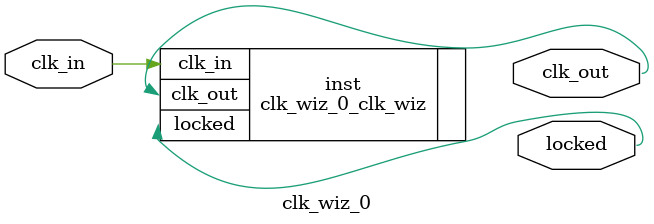
<source format=v>


`timescale 1ps/1ps

(* CORE_GENERATION_INFO = "clk_wiz_0,clk_wiz_v6_0_1_0_0,{component_name=clk_wiz_0,use_phase_alignment=true,use_min_o_jitter=false,use_max_i_jitter=false,use_dyn_phase_shift=false,use_inclk_switchover=false,use_dyn_reconfig=false,enable_axi=0,feedback_source=FDBK_AUTO,PRIMITIVE=MMCM,num_out_clk=1,clkin1_period=83.333,clkin2_period=10.0,use_power_down=false,use_reset=false,use_locked=true,use_inclk_stopped=false,feedback_type=SINGLE,CLOCK_MGR_TYPE=NA,manual_override=false}" *)

module clk_wiz_0 
 (
  // Clock out ports
  output        clk_out,
  // Status and control signals
  output        locked,
 // Clock in ports
  input         clk_in
 );

  clk_wiz_0_clk_wiz inst
  (
  // Clock out ports  
  .clk_out(clk_out),
  // Status and control signals               
  .locked(locked),
 // Clock in ports
  .clk_in(clk_in)
  );

endmodule

</source>
